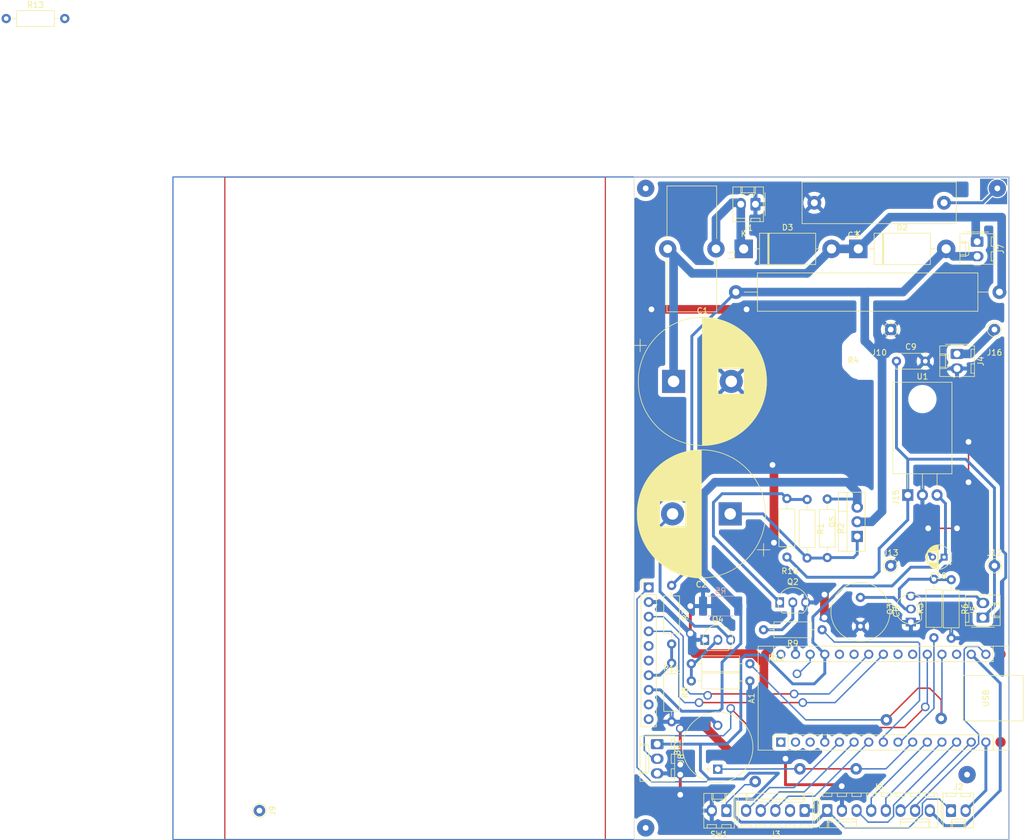
<source format=kicad_pcb>
(kicad_pcb (version 20221018) (generator pcbnew)
  (layers (0 "F.Cu" signal) (31 "B.Cu" signal) (34 "B.Paste" user) (35 "F.Paste" user) (36 "B.SilkS" user "B.Silkscreen") (37 "F.SilkS" user "F.Silkscreen") (38 "B.Mask" user) (39 "F.Mask" user) (44 "Edge.Cuts" user))
  (net 0 "")
  (net 3 "+5V")
  (net 4 "D2")
  (net 5 "D3")
  (net 6 "D5")
  (net 7 "D4")
  (net 8 "D6")
  (net 9 "D9")
  (net 10 "D10")
  (net 11 "D7")
  (net 12 "D11")
  (net 13 "D13")
  (net 15 "+3.3V")
  (net 16 "GND")
  (net 17 "D12")
  (net 19 "A0")
  (net 20 "A1")
  (net 21 "Net-(J16-Pin_1)")
  (net 24 "D8")
  (net 27 "Net-(A1-~{RESET}-Pad28)")
  (net 28 "OUT+")
  (net 30 "Net-(D2-K)")
  (net 31 "Net-(Q5-G)")
  (net 32 "Net-(Q4-D)")
  (net 33 "A5")
  (net 34 "A4")
  (net 35 "unconnected-(C3-Pad1)")
  (net 36 "ADCA0")
  (net 37 "ADCA1")
  (net 38 "ADCA2")
  (net 39 "Net-(Q3-G)")
  (net 40 "ADCA3")
  (net 41 "Net-(D2-A)")
  (net 42 "Net-(D3-K)")
  (net 43 "Net-(J5-Pin_2)")
  (net 46 "Net-(Q2-C)")
  (net 47 "Net-(Q2-B)")
  (net 48 "Net-(Q4-G)")
  (footprint "Connector_Molex:Molex_KK-254_AE-6410-08A_1x08_P2.54mm_Vertical" (layer "F.Cu") (at 143.5 138.98)
    (fp_text reference "J6" (at 8.89 -4.12) (layer "F.SilkS"))
    (fp_text value "ST7735")
    (pad "1" thru_hole roundrect (at 0 0) (size 1.74 2.19) (drill 1.19) (layers "*.Cu" "*.Mask") (roundrect_rratio 0.143678) (net 3 "+5V"))
    (pad "2" thru_hole oval (at 2.54 0) (size 1.74 2.19) (drill 1.19) (layers "*.Cu" "*.Mask") (net 16 "GND"))
    (pad "3" thru_hole oval (at 5.08 0) (size 1.74 2.19) (drill 1.19) (layers "*.Cu" "*.Mask") (net 10 "D10"))
    (pad "4" thru_hole oval (at 7.62 0) (size 1.74 2.19) (drill 1.19) (layers "*.Cu" "*.Mask") (net 24 "D8"))
    (pad "5" thru_hole oval (at 10.16 0) (size 1.74 2.19) (drill 1.19) (layers "*.Cu" "*.Mask") (net 9 "D9"))
    (pad "6" thru_hole oval (at 12.7 0) (size 1.74 2.19) (drill 1.19) (layers "*.Cu" "*.Mask") (net 12 "D11"))
    (pad "7" thru_hole oval (at 15.24 0) (size 1.74 2.19) (drill 1.19) (layers "*.Cu" "*.Mask") (net 13 "D13"))
    (pad "8" thru_hole oval (at 17.78 0) (size 1.74 2.19) (drill 1.19) (layers "*.Cu" "*.Mask") (net 15 "+3.3V"))
  )
  (footprint "Capacitor_THT:CP_Radial_D22.0mm_P10.00mm_SnapIn" (layer "F.Cu") (at 126.657832 87.5 180)
    (fp_text reference "C2" (at 5 -12.25) (layer "F.SilkS"))
    (fp_text value "4700uf")
    (pad "1" thru_hole rect (at 0 0 180) (size 4 4) (drill 2) (layers "*.Cu" "*.Mask") (net 31 "Net-(Q5-G)"))
    (pad "2" thru_hole circle (at 10 0 180) (size 4 4) (drill 2) (layers "*.Cu" "*.Mask") (net 32 "Net-(Q4-D)"))
  )
  (footprint "Connector_Molex:Molex_KK-254_AE-6410-02A_1x02_P2.54mm_Vertical" (layer "F.Cu") (at 170.5 105.5 90)
    (fp_text reference "J5" (at 1.23 -1.62 90) (layer "F.SilkS"))
    (fp_text value "V12")
    (pad "1" thru_hole roundrect (at 0 0 90) (size 1.74 2.19) (drill 1.19) (layers "*.Cu" "*.Mask") (roundrect_rratio 0.143678) (net 28 "OUT+"))
    (pad "2" thru_hole oval (at 2.54 0 90) (size 1.74 2.19) (drill 1.19) (layers "*.Cu" "*.Mask") (net 43 "Net-(J5-Pin_2)"))
  )
  (footprint "Capacitor_THT:C_Disc_D5.0mm_W2.5mm_P5.00mm" (layer "F.Cu") (at 155.5 61)
    (fp_text reference "C9" (at 2.5 -2.5) (layer "F.SilkS"))
    (fp_text value "470nf")
    (pad "1" thru_hole circle (at 0 0) (size 1.6 1.6) (drill 0.8) (layers "*.Cu" "*.Mask") (net 28 "OUT+"))
    (pad "2" thru_hole circle (at 5 0) (size 1.6 1.6) (drill 0.8) (layers "*.Cu" "*.Mask") (net 16 "GND"))
  )
  (footprint "Resistor_THT:R_Axial_DIN0207_L6.3mm_D2.5mm_P10.16mm_Horizontal" (layer "F.Cu") (at 165 98.92 -90)
    (fp_text reference "R6" (at 5.08 -2.37 90) (layer "F.SilkS"))
    (fp_text value "10k")
    (pad "1" thru_hole circle (at 0 0 270) (size 1.6 1.6) (drill 0.8) (layers "*.Cu" "*.Mask") (net 39 "Net-(Q3-G)"))
    (pad "2" thru_hole oval (at 10.16 0 270) (size 1.6 1.6) (drill 0.8) (layers "*.Cu" "*.Mask") (net 16 "GND"))
  )
  (footprint "Resistor_THT:R_Axial_DIN0207_L6.3mm_D2.5mm_P10.16mm_Horizontal" (layer "F.Cu") (at 142.6 107.61 180)
    (fp_text reference "R9" (at 5.08 -2.37) (layer "F.SilkS"))
    (fp_text value "10k")
    (pad "1" thru_hole circle (at 0 0 180) (size 1.6 1.6) (drill 0.8) (layers "*.Cu" "*.Mask") (net 6 "D5"))
    (pad "2" thru_hole oval (at 10.16 0 180) (size 1.6 1.6) (drill 0.8) (layers "*.Cu" "*.Mask") (net 47 "Net-(Q2-B)"))
  )
  (footprint "Package_TO_SOT_THT:TO-92_Inline" (layer "F.Cu") (at 158 105.27 90)
    (fp_text reference "Q3" (at 1.27 -3.56 90) (layer "F.SilkS"))
    (fp_text value "2N7000")
    (pad "1" thru_hole rect (at -1 0 90) (size 1.5 1.75) (drill 1) (layers "*.Cu" "*.Mask") (net 16 "GND"))
    (pad "2" thru_hole oval (at 1.27 0 90) (size 1.5 1.75) (drill 1) (layers "*.Cu" "*.Mask") (net 39 "Net-(Q3-G)"))
    (pad "3" thru_hole oval (at 3.5 0 90) (size 1.5 1.75) (drill 1) (layers "*.Cu" "*.Mask") (net 43 "Net-(J5-Pin_2)"))
  )
  (footprint "Connector_PinHeader_2.54mm:PinHeader_1x10_P2.54mm_Vertical" (layer "F.Cu") (at 112.52 100.26)
    (fp_text reference "J15" (at 42.87 -15.625 90) (layer "F.SilkS"))
    (fp_text value "ADS1115")
    (pad "1" thru_hole rect (at 0 0) (size 1.7 1.7) (drill 1) (layers "*.Cu" "*.Mask") (net 3 "+5V"))
    (pad "2" thru_hole oval (at 0 2.54) (size 1.7 1.7) (drill 1) (layers "*.Cu" "*.Mask") (net 16 "GND"))
    (pad "3" thru_hole oval (at 0 5.08) (size 1.7 1.7) (drill 1) (layers "*.Cu" "*.Mask") (net 33 "A5"))
    (pad "4" thru_hole oval (at 0 7.62) (size 1.7 1.7) (drill 1) (layers "*.Cu" "*.Mask") (net 34 "A4"))
    (pad "5" thru_hole oval (at 0 10.16) (size 1.7 1.7) (drill 1) (layers "*.Cu" "*.Mask"))
    (pad "6" thru_hole oval (at 0 12.7) (size 1.7 1.7) (drill 1) (layers "*.Cu" "*.Mask"))
    (pad "7" thru_hole oval (at 0 15.24) (size 1.7 1.7) (drill 1) (layers "*.Cu" "*.Mask") (net 36 "ADCA0"))
    (pad "8" thru_hole oval (at 0 17.78) (size 1.7 1.7) (drill 1) (layers "*.Cu" "*.Mask") (net 37 "ADCA1"))
    (pad "9" thru_hole oval (at 0 20.32) (size 1.7 1.7) (drill 1) (layers "*.Cu" "*.Mask") (net 38 "ADCA2"))
    (pad "10" thru_hole oval (at 0 22.86) (size 1.7 1.7) (drill 1) (layers "*.Cu" "*.Mask") (net 40 "ADCA3"))
  )
  (footprint "Connector_Pin:Pin_D1.0mm_L10.0mm" (layer "F.Cu") (at 154.5 96.5 180)
    (fp_text reference "J13" (at 0 2.25) (layer "F.SilkS"))
    (fp_text value "OUT-")
    (pad "1" thru_hole circle (at 0 0 180) (size 2 2) (drill 1) (layers "*.Cu" "*.Mask") (net 16 "GND"))
  )
  (footprint "Diode_THT:D_DO-201AD_P15.24mm_Horizontal" (layer "F.Cu") (at 129 41.5)
    (fp_text reference "D3" (at 7.62 -3.72) (layer "F.SilkS"))
    (fp_text value "D_Schottky")
    (fp_text user "K" (at 0 -2.6) (layer "F.SilkS"))
    (pad "1" thru_hole rect (at 0 0) (size 3.2 3.2) (drill 1.6) (layers "*.Cu" "*.Mask") (net 42 "Net-(D3-K)"))
    (pad "2" thru_hole oval (at 15.24 0) (size 3.2 3.2) (drill 1.6) (layers "*.Cu" "*.Mask") (net 30 "Net-(D2-K)"))
  )
  (footprint "Connector_Molex:Molex_KK-254_AE-6410-03A_1x03_P2.54mm_Vertical" (layer "F.Cu") (at 114 127.46 -90)
    (fp_text reference "J8" (at 2.54 -4.12 90) (layer "F.SilkS"))
    (fp_text value "LM35")
    (pad "1" thru_hole roundrect (at 0 0 270) (size 1.74 2.19) (drill 1.19) (layers "*.Cu" "*.Mask") (roundrect_rratio 0.143678) (net 3 "+5V"))
    (pad "2" thru_hole oval (at 2.54 0 270) (size 1.74 2.19) (drill 1.19) (layers "*.Cu" "*.Mask") (net 20 "A1"))
    (pad "3" thru_hole oval (at 5.08 0 270) (size 1.74 2.19) (drill 1.19) (layers "*.Cu" "*.Mask") (net 16 "GND"))
  )
  (footprint "Package_TO_SOT_THT:TO-92_Inline" (layer "F.Cu") (at 136.25 102.86)
    (fp_text reference "Q2" (at 1.27 -3.56) (layer "F.SilkS"))
    (fp_text value "BC548")
    (pad "1" thru_hole rect (at -1 0) (size 1.5 1.75) (drill 1) (layers "*.Cu" "*.Mask") (net 46 "Net-(Q2-C)"))
    (pad "2" thru_hole oval (at 1.27 0) (size 1.5 1.75) (drill 1) (layers "*.Cu" "*.Mask") (net 47 "Net-(Q2-B)"))
    (pad "3" thru_hole oval (at 3.5 0) (size 1.5 1.75) (drill 1) (layers "*.Cu" "*.Mask") (net 16 "GND"))
  )
  (footprint "Buzzer_Beeper:MagneticBuzzer_ProSignal_ABI-010-RC" (layer "F.Cu") (at 124.5 131.8 90)
    (fp_text reference "BZ1" (at 3.8 -7 90) (layer "F.SilkS"))
    (fp_text value "Buzzer")
    (fp_text user "+" (at 0 -1.8 90) (layer "F.SilkS"))
    (pad "1" thru_hole rect (at 0 0 90) (size 1.6 1.6) (drill 1) (layers "*.Cu" "*.Mask") (net 11 "D7"))
    (pad "2" thru_hole circle (at 7.6 0 90) (size 1.6 1.6) (drill 1) (layers "*.Cu" "*.Mask") (net 16 "GND"))
  )
  (footprint "Capacitor_THT:C_Rect_L26.5mm_W7.0mm_P22.50mm_MKS4" (layer "F.Cu") (at 163.75 33.5 180)
    (fp_text reference "C3" (at 15.75 -5.63) (layer "F.SilkS"))
    (fp_text value "C")
    (pad "1" thru_hole circle (at 0 0 180) (size 2.4 2.4) (drill 1.2) (layers "*.Cu" "*.Mask") (net 35 "unconnected-(C3-Pad1)"))
    (pad "2" thru_hole circle (at 22.5 0 180) (size 2.4 2.4) (drill 1.2) (layers "*.Cu" "*.Mask") (net 16 "GND"))
  )
  (footprint "Package_TO_SOT_THT:TO-220-3_Horizontal_TabDown" (layer "F.Cu") (at 157.46 84.23)
    (fp_text reference "U1" (at 2.54 -20.58) (layer "F.SilkS"))
    (fp_text value "LM29405v")
    (pad "" np_thru_hole oval (at 2.54 -16.66) (size 3.5 3.5) (drill 3.5) (layers "*.Cu" "*.Mask"))
    (pad "1" thru_hole rect (at 0 0) (size 1.905 2) (drill 1.1) (layers "*.Cu" "*.Mask") (net 28 "OUT+"))
    (pad "2" thru_hole oval (at 2.54 0) (size 1.905 2) (drill 1.1) (layers "*.Cu" "*.Mask") (net 16 "GND"))
    (pad "3" thru_hole oval (at 5.08 0) (size 1.905 2) (drill 1.1) (layers "*.Cu" "*.Mask") (net 3 "+5V"))
  )
  (footprint "Connector_Molex:Molex_KK-254_AE-6410-05A_1x05_P2.54mm_Vertical" (layer "F.Cu") (at 139.58 138.98 180)
    (fp_text reference "J3" (at 5.08 -4.12) (layer "F.SilkS"))
    (fp_text value "Encoder")
    (pad "1" thru_hole roundrect (at 0 0 180) (size 1.74 2.19) (drill 1.19) (layers "*.Cu" "*.Mask") (roundrect_rratio 0.143678) (net 16 "GND"))
    (pad "2" thru_hole oval (at 2.54 0 180) (size 1.74 2.19) (drill 1.19) (layers "*.Cu" "*.Mask") (net 3 "+5V"))
    (pad "3" thru_hole oval (at 5.08 0 180) (size 1.74 2.19) (drill 1.19) (layers "*.Cu" "*.Mask") (net 7 "D4"))
    (pad "4" thru_hole oval (at 7.62 0 180) (size 1.74 2.19) (drill 1.19) (layers "*.Cu" "*.Mask") (net 5 "D3"))
    (pad "5" thru_hole oval (at 10.16 0 180) (size 1.74 2.19) (drill 1.19) (layers "*.Cu" "*.Mask") (net 4 "D2"))
  )
  (footprint "Inductor_THT:L_Toroid_Vertical_L21.6mm_W8.4mm_P8.38mm_Pulse_G" (layer "F.Cu") (at 124.195 41.5 -90)
    (fp_text reference "L1" (at 1 -2.75 90) (layer "F.SilkS"))
    (fp_text value "L")
    (pad "1" thru_hole circle (at 0 0 270) (size 3 3) (drill 1.5) (layers "*.Cu" "*.Mask") (net 42 "Net-(D3-K)"))
    (pad "2" thru_hole circle (at 0 8.38 270) (size 3 3) (drill 1.5) (layers "*.Cu" "*.Mask") (net 30 "Net-(D2-K)"))
  )
  (footprint "Resistor_THT:R_Axial_DIN0207_L6.3mm_D2.5mm_P10.16mm_Horizontal" (layer "F.Cu") (at 136.5 95 90)
    (fp_text reference "R10" (at -2.42 0.5) (layer "F.SilkS"))
    (fp_text value "1k")
    (pad "1" thru_hole circle (at 0 0 90) (size 1.6 1.6) (drill 0.8) (layers "*.Cu" "*.Mask") (net 28 "OUT+"))
    (pad "2" thru_hole oval (at 10.16 0 90) (size 1.6 1.6) (drill 0.8) (layers "*.Cu" "*.Mask") (net 46 "Net-(Q2-C)"))
  )
  (footprint "Package_TO_SOT_THT:TO-220-3_Vertical" (layer "F.Cu") (at 148.693855 91.411204 90)
    (fp_text reference "Q5" (at 2.54 -4.27 90) (layer "F.SilkS"))
    (fp_text value "IRF3205")
    (pad "1" thru_hole rect (at 0 0 90) (size 1.905 2) (drill 1.1) (layers "*.Cu" "*.Mask") (net 31 "Net-(Q5-G)"))
    (pad "2" thru_hole oval (at 2.54 0 90) (size 1.905 2) (drill 1.1) (layers "*.Cu" "*.Mask") (net 41 "Net-(D2-A)"))
    (pad "3" thru_hole oval (at 5.08 0 90) (size 1.905 2) (drill 1.1) (layers "*.Cu" "*.Mask") (net 37 "ADCA1"))
  )
  (footprint "Connector_Molex:Molex_KK-254_AE-6410-02A_1x02_P2.54mm_Vertical" (layer "F.Cu") (at 166 59.73 -90)
    (fp_text reference "J4" (at 1.27 -4.12 90) (layer "F.SilkS"))
    (fp_text value "regOut")
    (pad "1" thru_hole roundrect (at 0 0 270) (size 1.74 2.19) (drill 1.19) (layers "*.Cu" "*.Mask") (roundrect_rratio 0.143678) (net 21 "Net-(J16-Pin_1)"))
    (pad "2" thru_hole oval (at 2.54 0 270) (size 1.74 2.19) (drill 1.19) (layers "*.Cu" "*.Mask") (net 16 "GND"))
  )
  (footprint "Connector_Pin:Pin_D1.0mm_L10.0mm" (layer "F.Cu") (at 45 139 90)
    (fp_text reference "J9" (at 0 2.25 90) (layer "F.SilkS"))
    (fp_text value "OUT+")
    (pad "1" thru_hole circle (at 0 0 90) (size 2 2) (drill 1) (layers "*.Cu" "*.Mask"))
  )
  (footprint "Capacitor_THT:CP_Radial_D4.0mm_P2.00mm" (layer "F.Cu") (at 163.77 95 180)
    (fp_text reference "C10" (at 1 -3.25 180) (layer "F.SilkS"))
    (fp_text value "22uf")
    (pad "1" thru_hole rect (at 0 0 180) (size 1.2 1.2) (drill 0.6) (layers "*.Cu" "*.Mask") (net 3 "+5V"))
    (pad "2" thru_hole circle (at 2 0 180) (size 1.2 1.2) (drill 0.6) (layers "*.Cu" "*.Mask") (net 16 "GND"))
  )
  (footprint "Capacitor_THT:CP_Radial_D22.0mm_P10.00mm_SnapIn" (layer "F.Cu") (at 116.842169 64.5)
    (fp_text reference "C1" (at 5 -12.25) (layer "F.SilkS"))
    (fp_text value "4700uf")
    (pad "1" thru_hole rect (at 0 0) (size 4 4) (drill 2) (layers "*.Cu" "*.Mask") (net 30 "Net-(D2-K)"))
    (pad "2" thru_hole circle (at 10 0) (size 4 4) (drill 2) (layers "*.Cu" "*.Mask") (net 16 "GND"))
  )
  (footprint "Resistor_THT:R_Axial_DIN0207_L6.3mm_D2.5mm_P10.16mm_Horizontal" (layer "F.Cu") (at 140 85 -90)
    (fp_text reference "R1" (at 5.08 -2.37 90) (layer "F.SilkS"))
    (fp_text value "100")
    (pad "1" thru_hole circle (at 0 0 270) (size 1.6 1.6) (drill 0.8) (layers "*.Cu" "*.Mask") (net 46 "Net-(Q2-C)"))
    (pad "2" thru_hole oval (at 10.16 0 270) (size 1.6 1.6) (drill 0.8) (layers "*.Cu" "*.Mask") (net 31 "Net-(Q5-G)"))
  )
  (footprint "Package_TO_SOT_THT:TO-92_Inline" (layer "F.Cu") (at 123.25 109.36)
    (fp_text reference "Q4" (at 1.27 -3.56) (layer "F.SilkS"))
    (fp_text value "2N7000")
    (pad "1" thru_hole rect (at -1 0) (size 1.5 1.75) (drill 1) (layers "*.Cu" "*.Mask") (net 16 "GND"))
    (pad "2" thru_hole oval (at 1.27 0) (size 1.5 1.75) (drill 1) (layers "*.Cu" "*.Mask") (net 48 "Net-(Q4-G)"))
    (pad "3" thru_hole oval (at 3.5 0) (size 1.5 1.75) (drill 1) (layers "*.Cu" "*.Mask") (net 32 "Net-(Q4-D)"))
  )
  (footprint "Connector_Molex:Molex_KK-254_AE-6410-02A_1x02_P2.54mm_Vertical" (layer "F.Cu") (at 169.5 40.25 -90)
    (fp_text reference "J7" (at 1.27 -4.12 -270) (layer "F.SilkS"))
    (fp_text value "regOut")
    (pad "1" thru_hole roundrect (at 0 0 270) (size 1.74 2.19) (drill 1.19) (layers "*.Cu" "*.Mask") (roundrect_rratio 0.143678) (net 30 "Net-(D2-K)"))
    (pad "2" thru_hole oval (at 2.54 0 270) (size 1.74 2.19) (drill 1.19) (layers "*.Cu" "*.Mask") (net 41 "Net-(D2-A)"))
  )
  (footprint "Resistor_THT:R_Axial_DIN0207_L6.3mm_D2.5mm_P10.16mm_Horizontal" (layer "F.Cu") (at 116.5 113.42 -90)
    (fp_text reference "R8" (at 5.08 -2.37 -270) (layer "F.SilkS"))
    (fp_text value "150k")
    (pad "1" thru_hole circle (at 0 0 270) (size 1.6 1.6) (drill 0.8) (layers "*.Cu" "*.Mask") (net 36 "ADCA0"))
    (pad "2" thru_hole oval (at 10.16 0 270) (size 1.6 1.6) (drill 0.8) (layers "*.Cu" "*.Mask") (net 16 "GND"))
  )
  (footprint "Capacitor_THT:C_Radial_D10.0mm_H16.0mm_P5.00mm" (layer "F.Cu") (at 149.25 102 -90)
    (fp_text reference "C8" (at 2.5 -6.25 90) (layer "F.SilkS"))
    (fp_text value "470uf")
    (pad "1" thru_hole circle (at 0 0 270) (size 1.6 1.6) (drill 0.8) (layers "*.Cu" "*.Mask") (net 39 "Net-(Q3-G)"))
    (pad "2" thru_hole circle (at 5 0 270) (size 1.6 1.6) (drill 0.8) (layers "*.Cu" "*.Mask") (net 16 "GND"))
  )
  (footprint "Resistor_THT:R_Axial_DIN0207_L6.3mm_D2.5mm_P10.16mm_Horizontal" (layer "F.Cu") (at 143.5 84.92 -90)
    (fp_text reference "R2" (at 5.08 -2.37 90) (layer "F.SilkS"))
    (fp_text value "10k")
    (pad "1" thru_hole circle (at 0 0 270) (size 1.6 1.6) (drill 0.8) (layers "*.Cu" "*.Mask") (net 37 "ADCA1"))
    (pad "2" thru_hole oval (at 10.16 0 270) (size 1.6 1.6) (drill 0.8) (layers "*.Cu" "*.Mask") (net 31 "Net-(Q5-G)"))
  )
  (footprint "Resistor_THT:R_Axial_DIN0207_L6.3mm_D2.5mm_P10.16mm_Horizontal" (layer "F.Cu") (at 1.075 1.525)
    (fp_text reference "R13" (at 5.08 -2.37) (layer "F.SilkS"))
    (fp_text value "10k")
    (pad "1" thru_hole circle (at 0 0) (size 1.6 1.6) (drill 0.8) (layers "*.Cu" "*.Mask") (net 47 "Net-(Q2-B)"))
    (pad "2" thru_hole oval (at 10.16 0) (size 1.6 1.6) (drill 0.8) (layers "*.Cu" "*.Mask") (net 3 "+5V"))
  )
  (footprint "Resistor_THT:R_Axial_Power_L38.0mm_W6.4mm_P45.72mm" (layer "F.Cu") (at 173.36 49 180)
    (fp_text reference "R4" (at 25.36 -11.82 180) (layer "F.SilkS"))
    (fp_text value "360")
    (pad "1" thru_hole circle (at 0 0 180) (size 2.4 2.4) (drill 1.2) (layers "*.Cu" "*.Mask") (net 30 "Net-(D2-K)"))
    (pad "2" thru_hole oval (at 45.72 0 180) (size 2.4 2.4) (drill 1.2) (layers "*.Cu" "*.Mask") (net 41 "Net-(D2-A)"))
  )
  (footprint "Connector_Pin:Pin_D1.0mm_L10.0mm" (layer "F.Cu") (at 154.5 55.5 180)
    (fp_text reference "J10" (at 2 -4) (layer "F.SilkS"))
    (fp_text value "IN-")
    (pad "1" thru_hole circle (at 0 0 180) (size 2 2) (drill 1) (layers "*.Cu" "*.Mask") (net 16 "GND"))
  )
  (footprint "Diode_THT:D_DO-201AD_P15.24mm_Horizontal" (layer "F.Cu") (at 148.88 41.5)
    (fp_text reference "D2" (at 7.62 -3.72) (layer "F.SilkS"))
    (fp_text value "D_Schottky")
    (fp_text user "K" (at 0 -2.6) (layer "F.SilkS"))
    (pad "1" thru_hole rect (at 0 0) (size 3.2 3.2) (drill 1.6) (layers "*.Cu" "*.Mask") (net 30 "Net-(D2-K)"))
    (pad "2" thru_hole oval (at 15.24 0) (size 3.2 3.2) (drill 1.6) (layers "*.Cu" "*.Mask") (net 41 "Net-(D2-A)"))
  )
  (footprint "Resistor_THT:R_Axial_DIN0207_L6.3mm_D2.5mm_P10.16mm_Horizontal" (layer "F.Cu") (at 162 109 90)
    (fp_text reference "R3" (at 5.08 -2.37 90) (layer "F.SilkS"))
    (fp_text value "100")
    (pad "1" thru_hole circle (at 0 0 90) (size 1.6 1.6) (drill 0.8) (layers "*.Cu" "*.Mask") (net 8 "D6"))
    (pad "2" thru_hole oval (at 10.16 0 90) (size 1.6 1.6) (drill 0.8) (layers "*.Cu" "*.Mask") (net 39 "Net-(Q3-G)"))
  )
  (footprint "Connector_Molex:Molex_KK-254_AE-6410-02A_1x02_P2.54mm_Vertical" (layer "F.Cu") (at 126 139 180)
    (fp_text reference "SW1" (at 1.27 -4.12) (layer "F.SilkS"))
    (fp_text value "SW_Push")
    (pad "1" thru_hole roundrect (at 0 0 180) (size 1.74 2.19) (drill 1.19) (layers "*.Cu" "*.Mask") (roundrect_rratio 0.143678) (net 27 "Net-(A1-~{RESET}-Pad28)"))
    (pad "2" thru_hole oval (at 2.54 0 180) (size 1.74 2.19) (drill 1.19) (layers "*.Cu" "*.Mask") (net 16 "GND"))
  )
  (footprint "Connector_Molex:Molex_KK-254_AE-6410-02A_1x02_P2.54mm_Vertical" (layer "F.Cu") (at 164.96 139)
    (fp_text reference "J2" (at 1.27 -4.12) (layer "F.SilkS"))
    (fp_text value "PulOnOFF")
    (pad "1" thru_hole roundrect (at 0 0) (size 1.74 2.19) (drill 1.19) (layers "*.Cu" "*.Mask") (roundrect_rratio 0.143678) (net 3 "+5V"))
    (pad "2" thru_hole oval (at 2.54 0) (size 1.74 2.19) (drill 1.19) (layers "*.Cu" "*.Mask") (net 17 "D12"))
  )
  (footprint "Resistor_THT:R_Axial_DIN0207_L6.3mm_D2.5mm_P10.16mm_Horizontal" (layer "F.Cu") (at 119.92 116.5)
    (fp_text reference "R12" (at 14.76 -3.98) (layer "F.SilkS"))
    (fp_text value "10k")
    (pad "1" thru_hole circle (at 0 0) (size 1.6 1.6) (drill 0.8) (layers "*.Cu" "*.Mask") (net 48 "Net-(Q4-G)"))
    (pad "2" thru_hole oval (at 10.16 0) (size 1.6 1.6) (drill 0.8) (layers "*.Cu" "*.Mask") (net 16 "GND"))
  )
  (footprint "Resistor_THT:R_Axial_DIN0207_L6.3mm_D2.5mm_P10.16mm_Horizontal" (layer "F.Cu") (at 116.5 99.92 -90)
    (fp_text reference "R7" (at 5.08 -2.37 -270) (layer "F.SilkS"))
    (fp_text value "1.2M")
    (pad "1" thru_hole circle (at 0 0 270) (size 1.6 1.6) (drill 0.8) (layers "*.Cu" "*.Mask") (net 41 "Net-(D2-A)"))
    (pad "2" thru_hole oval (at 10.16 0 270) (size 1.6 1.6) (drill 0.8) (layers "*.Cu" "*.Mask") (net 36 "ADCA0"))
  )
  (footprint "Resistor_THT:R_Axial_DIN0207_L6.3mm_D2.5mm_P10.16mm_Horizontal" (layer "F.Cu") (at 130.08 113.5 180)
    (fp_text reference "R11" (at 13.58 -0.79) (layer "F.SilkS"))
    (fp_text value "100")
    (pad "1" thru_hole circle (at 0 0 180) (size 1.6 1.6) (drill 0.8) (layers "*.Cu" "*.Mask") (net 19 "A0"))
    (pad "2" thru_hole oval (at 10.16 0 180) (size 1.6 1.6) (drill 0.8) (layers "*.Cu" "*.Mask") (net 48 "Net-(Q4-G)"))
  )
  (footprint "Connector_Molex:Molex_KK-254_AE-6410-02A_1x02_P2.54mm_Vertical" (layer "F.Cu") (at 131.04 33.75 180)
    (fp_text reference "J1" (at 1.27 -4.12) (layer "F.SilkS"))
    (fp_text value "regOut")
    (pad "1" thru_hole roundrect (at 0 0 180) (size 1.74 2.19) (drill 1.19) (layers "*.Cu" "*.Mask") (roundrect_rratio 0.143678) (net 16 "GND"))
    (pad "2" thru_hole oval (at 2.54 0 180) (size 1.74 2.19) (drill 1.19) (layers "*.Cu" "*.Mask") (net 42 "Net-(D3-K)"))
  )
  (footprint "Connector_Pin:Pin_D1.0mm_L10.0mm" (layer "F.Cu") (at 172.5 55.5 180)
    (fp_text reference "J16" (at 0 -4) (layer "F.SilkS"))
    (fp_text value "12vIN+")
    (pad "1" thru_hole circle (at 0 0 180) (size 2 2) (drill 1) (layers "*.Cu" "*.Mask") (net 21 "Net-(J16-Pin_1)"))
  )
  (footprint "Connector_Pin:Pin_D1.0mm_L10.0mm" (layer "F.Cu") (at 172.5 96.5 180)
    (fp_text reference "J12" (at 0 2.25) (layer "F.SilkS"))
    (fp_text value "OUT+")
    (pad "1" thru_hole circle (at 0 0 180) (size 2 2) (drill 1) (layers "*.Cu" "*.Mask") (net 28 "OUT+"))
  )
  (footprint "Module:Arduino_Nano_WithMountingHoles" (layer "F.Cu") (at 135.45 127.11 90)
    (fp_text reference "A1" (at 7.62 -5.08 90) (layer "F.SilkS"))
    (fp_text value "Arduino_Nano_v3.x")
    (fp_text user "USB" (at 7.62 35.56 90 unlocked) (layer "F.SilkS"))
    (pad "" smd circle (at 0 -2.54 90) (size 1.78 1.78) (layers "F.Cu" "F.Paste" "F.Mask"))
    (pad "" smd circle (at 0 38.1 90) (size 1.78 1.78) (layers "F.Cu" "F.Paste" "F.Mask"))
    (pad "" smd circle (at 15.24 -2.54 90) (size 1.78 1.78) (layers "F.Cu" "F.Paste" "F.Mask"))
    (pad "" smd circle (at 15.24 38.1 90) (size 1.78 1.78) (layers "F.Cu" "F.Paste" "F.Mask"))
    (pad "1" thru_hole rect (at 0 0 90) (size 1.6 1.6) (drill 1) (layers "*.Cu" "*.Mask"))
    (pad "2" thru_hole oval (at 0 2.54 90) (size 1.6 1.6) (drill 1) (layers "*.Cu" "*.Mask"))
    (pad "3" thru_hole oval (at 0 5.08 90) (size 1.6 1.6) (drill 1) (layers "*.Cu" "*.Mask"))
    (pad "4" thru_hole oval (at 0 7.62 90) (size 1.6 1.6) (drill 1) (layers "*.Cu" "*.Mask") (net 16 "GND"))
    (pad "5" thru_hole oval (at 0 10.16 90) (size 1.6 1.6) (drill 1) (layers "*.Cu" "*.Mask") (net 4 "D2"))
    (pad "6" thru_hole oval (at 0 12.7 90) (size 1.6 1.6) (drill 1) (layers "*.Cu" "*.Mask") (net 5 "D3"))
    (pad "7" thru_hole oval (at 0 15.24 90) (size 1.6 1.6) (drill 1) (layers "*.Cu" "*.Mask") (net 7 "D4"))
    (pad "8" thru_hole oval (at 0 17.78 90) (size 1.6 1.6) (drill 1) (layers "*.Cu" "*.Mask") (net 6 "D5"))
    (pad "9" thru_hole oval (at 0 20.32 90) (size 1.6 1.6) (drill 1) (layers "*.Cu" "*.Mask") (net 8 "D6"))
    (pad "10" thru_hole oval (at 0 22.86 90) (size 1.6 1.6) (drill 1) (layers "*.Cu" "*.Mask") (net 11 "D7"))
    (pad "11" thru_hole oval (at 0 25.4 90) (size 1.6 1.6) (drill 1) (layers "*.Cu" "*.Mask") (net 24 "D8"))
    (pad "12" thru_hole oval (at 0 27.94 90) (size 1.6 1.6) (drill 1) (layers "*.Cu" "*.Mask") (net 9 "D9"))
    (pad "13" thru_hole oval (at 0 30.48 90) (size 1.6 1.6) (drill 1) (layers "*.Cu" "*.Mask") (net 10 "D10"))
    (pad "14" thru_hole oval (at 0 33.02 90) (size 1.6 1.6) (drill 1) (layers "*.Cu" "*.Mask") (net 12 "D11"))
    (pad "15" thru_hole oval (at 0 35.56 90) (size 1.6 1.6) (drill 1) (layers "*.Cu" "*.Mask") (net 17 "D12"))
    (pad "16" thru_hole oval (at 15.24 35.56 90) (size 1.6 1.6) (drill 1) (layers "*.Cu" "*.Mask") (net 13 "D13"))
    (pad "17" thru_hole oval (at 15.24 33.02 90) (size 1.6 1.6) (drill 1) (layers "*.Cu" "*.Mask") (net 15 "+3.3V"))
    (pad "18" thru_hole oval (at 15.24 30.48 90) (size 1.6 1.6) (drill 1) (layers "*.Cu" "*.Mask"))
    (pad "19" thru_hole oval (at 15.24 27.94 90) (size 1.6 1.6) (drill 1) (layers "*.Cu" "*.Mask") (net 19 "A0"))
    (pad "20" thru_hole oval (at 15.24 25.4 90) (size 1.6 1.6) (drill 1) (layers "*.Cu" "*.Mask") (net 20 "A1"))
    (pad "21" thru_hole oval (at 15.24 22.86 90) (size 1.6 1.6) (drill 1) (layers "*.Cu" "*.Mask"))
    (pad "22" thru_hole oval (at 15.24 20.32 90) (size 1.6 1.6) (drill 1) (layers "*.Cu" "*.Mask"))
    (pad "23" thru_hole oval (at 15.24 17.78 90) (size 1.6 1.6) (drill 1) (layers "*.Cu" "*.Mask") (net 34 "A4"))
    (pad "24" thru_hole oval (at 15.24 15.24 90) (size 1.6 1.6) (drill 1) (layers "*.Cu" "*.Mask") (net 33 "A5"))
    (pad "25" thru_hole oval (at 15.24 12.7 90) (size 1.6 1.6) (drill 1) (layers "*.Cu" "*.Mask"))
    (pad "26" thru_hole oval (at 15.24 10.16 90) (size 1.6 1.6) (drill 1) (layers "*.Cu" "*.Mask"))
    (pad "27" thru_hole oval (at 15.24 7.62 90) (size 1.6 1.6) (drill 1) (layers "*.Cu" "*.Mask") (net 3 "+5V"))
    (pad "28" thru_hole oval (at 15.24 5.08 90) (size 1.6 1.6) (drill 1) (layers "*.Cu" "*.Mask") (net 27 "Net-(A1-~{RESET}-Pad28)"))
    (pad "29" thru_hole oval (at 15.24 2.54 90) (size 1.6 1.6) (drill 1) (layers "*.Cu" "*.Mask") (net 16 "GND"))
    (pad "30" thru_hole oval (at 15.24 0 90) (size 1.6 1.6) (drill 1) (layers "*.Cu" "*.Mask"))
  )
  (footprint "Resistor_SMD:R_2512_6332Metric_Pad1.40x3.35mm_HandSolder" (layer "B.Cu") (at 125 103.5 180)
    (fp_text reference "R5" (at 0 2.62) (layer "B.SilkS") (effects (justify mirror)))
    (fp_text value "0.01")
    (pad "1" smd roundrect (at -3.05 0 180) (size 1.4 3.35) (layers "B.Cu" "B.Paste" "B.Mask") (roundrect_rratio 0.178571) (net 37 "ADCA1"))
    (pad "2" smd roundrect (at 3.05 0 180) (size 1.4 3.35) (layers "B.Cu" "B.Paste" "B.Mask") (roundrect_rratio 0.178571) (net 16 "GND"))
  )
  (gr_rect (start 39 29.02) (end 105 144.02) (stroke (width 0.2)) (fill none) (layer "F.Cu"))
  (gr_rect (start 30 29.02) (end 175 144.02) (stroke (width 0.2)) (fill none) (layer "B.Cu"))
  (gr_rect (start 110 29) (end 175 144) (stroke (width 0.1)) (fill none) (layer "Edge.Cuts"))
  (segment (start 132.5 113.445126) (end 132.5 117.675) (width 1.5) (layer "F.Cu") (net 0))
  (segment (start 122.5 123.5) (end 122.5 124.674874) (width 1.5) (layer "F.Cu") (net 0))
  (segment (start 120.5 111.75) (end 130.804874 111.75) (width 1.5) (layer "F.Cu") (net 0))
  (segment (start 130.804874 111.75) (end 132.5 113.445126) (width 1.5) (layer "F.Cu") (net 0))
  (segment (start 122.5 124.674874) (end 126.325126 128.5) (width 1.5) (layer "F.Cu") (net 0))
  (via (at 167.75 132.75) (size 3) (drill 1) (layers "F.Cu" "B.Cu") (net 0))
  (via (at 112 31) (size 3) (drill 1) (layers "F.Cu" "B.Cu") (net 0))
  (via (at 112 142) (size 3) (drill 1) (layers "F.Cu" "B.Cu") (net 0))
  (segment (start 143.07 111.87) (end 141 109.8) (width 0.5) (layer "B.Cu") (net 3))
  (segment (start 146.52 142) (end 143.5 138.98) (width 0.25) (layer "B.Cu") (net 3))
  (segment (start 164 85.69) (end 164 94.77) (width 0.5) (layer "B.Cu") (net 3))
  (segment (start 146.375 100) (end 154.75 100) (width 0.5) (layer "B.Cu") (net 3))
  (segment (start 135 132.55061) (end 130.55061 137) (width 0.5) (layer "B.Cu") (net 3))
  (segment (start 127.5 140) (end 128.5 141) (width 0.5) (layer "B.Cu") (net 3))
  (segment (start 162.96 137) (end 160.75 137) (width 0.25) (layer "B.Cu") (net 3))
  (segment (start 157.634985 142) (end 146.52 142) (width 0.25) (layer "B.Cu") (net 3))
  (segment (start 129.25 112) (end 128.5 112.75) (width 0.5) (layer "B.Cu") (net 3))
  (segment (start 128.5 125) (end 126.04 127.46) (width 0.5) (layer "B.Cu") (net 3))
  (segment (start 127.5 137) (end 127.5 140) (width 0.5) (layer "B.Cu") (net 3))
  (segment (start 121.5 127.46) (end 114 127.46) (width 0.5) (layer "B.Cu") (net 3))
  (segment (start 130 132.5) (end 135 132.5) (width 0.5) (layer "B.Cu") (net 3))
  (segment (start 141 109.8) (end 141 105.375) (width 0.5) (layer "B.Cu") (net 3))
  (segment (start 132.5 112) (end 129.25 112) (width 0.5) (layer "B.Cu") (net 3))
  (segment (start 158 96.75) (end 162.02 96.75) (width 0.5) (layer "B.Cu") (net 3))
  (segment (start 110.5 131.5) (end 110.5 102.28) (width 0.25) (layer "B.Cu") (net 3))
  (segment (start 110.5 102.28) (end 112.52 100.26) (width 0.25) (layer "B.Cu") (net 3))
  (segment (start 160.75 137) (end 160 137.75) (width 0.25) (layer "B.Cu") (net 3))
  (segment (start 160 137.75) (end 160 139.634985) (width 0.25) (layer "B.Cu") (net 3))
  (segment (start 123 133.5) (end 121.5 132) (width 0.5) (layer "B.Cu") (net 3))
  (segment (start 143.07 111.87) (end 143.07 115.18) (width 0.5) (layer "B.Cu") (net 3))
  (segment (start 162.54 84.23) (end 164 85.69) (width 0.5) (layer "B.Cu") (net 3))
  (segment (start 126.04 127.46) (end 121.5 127.46) (width 0.5) (layer "B.Cu") (net 3))
  (segment (start 154.75 100) (end 158 96.75) (width 0.5) (layer "B.Cu") (net 3))
  (segment (start 128.5 112.75) (end 128.5 125) (width 0.5) (layer "B.Cu") (net 3))
  (segment (start 164 94.77) (end 163.77 95) (width 0.5) (layer "B.Cu") (net 3))
  (segment (start 162.02 96.75) (end 163.77 95) (width 0.5) (layer "B.Cu") (net 3))
  (segment (start 141 105.375) (end 146.375 100) (width 0.5) (layer "B.Cu") (net 3))
  (segment (start 143.07 115.18) (end 141.25 117) (width 0.5) (layer "B.Cu") (net 3))
  (segment (start 164.96 139) (end 162.96 137) (width 0.25) (layer "B.Cu") (net 3))
  (segment (start 129 133.5) (end 130 132.5) (width 0.5) (layer "B.Cu") (net 3))
  (segment (start 123 133.5) (end 129 133.5) (width 0.5) (layer "B.Cu") (net 3))
  (segment (start 123 133.5) (end 122.5 134) (width 0.25) (layer "B.Cu") (net 3))
  (segment (start 141.48 141) (end 143.5 138.98) (width 0.5) (layer "B.Cu") (net 3))
  (segment (start 135 132.5) (end 135 132.55061) (width 0.5) (layer "B.Cu") (net 3))
  (segment (start 113 134) (end 110.5 131.5) (width 0.25) (layer "B.Cu") (net 3))
  (segment (start 160 139.634985) (end 157.634985 142) (width 0.25) (layer "B.Cu") (net 3))
  (segment (start 130.55061 137) (end 127.5 137) (width 0.5) (layer "B.Cu") (net 3))
  (segment (start 121.5 132) (end 121.5 127.46) (width 0.5) (layer "B.Cu") (net 3))
  (segment (start 122.5 134) (end 113 134) (width 0.25) (layer "B.Cu") (net 3))
  (segment (start 137.5 117) (end 132.5 112) (width 0.5) (layer "B.Cu") (net 3))
  (segment (start 141.25 117) (end 137.5 117) (width 0.5) (layer "B.Cu") (net 3))
  (segment (start 128.5 141) (end 141.48 141) (width 0.5) (layer "B.Cu") (net 3))
  (segment (start 145.61 127.11) (end 137.72 135) (width 0.25) (layer "B.Cu") (net 4))
  (segment (start 129.52 138.98) (end 129.42 138.98) (width 0.25) (layer "B.Cu") (net 4))
  (segment (start 133.5 135) (end 129.52 138.98) (width 0.25) (layer "B.Cu") (net 4))
  (segment (start 137.72 135) (end 133.5 135) (width 0.25) (layer "B.Cu") (net 4))
  (segment (start 135.19 135.75) (end 131.96 138.98) (width 0.25) (layer "B.Cu") (net 5))
  (segment (start 148.15 127.11) (end 139.51 135.75) (width 0.25) (layer "B.Cu") (net 5))
  (segment (start 139.51 135.75) (end 135.19 135.75) (width 0.25) (layer "B.Cu") (net 5))
  (segment (start 159.25 109.75) (end 159.5 110) (width 0.25) (layer "B.Cu") (net 6))
  (segment (start 159.5 110) (end 159.5 119.92) (width 0.25) (layer "B.Cu") (net 6))
  (segment (start 153.23 126.19) (end 153.23 127.11) (width 0.25) (layer "B.Cu") (net 6))
  (segment (start 159.5 119.92) (end 153.23 126.19) (width 0.25) (layer "B.Cu") (net 6))
  (segment (start 144.74 109.75) (end 159.25 109.75) (width 0.25) (layer "B.Cu") (net 6))
  (segment (start 142.6 107.61) (end 144.74 109.75) (width 0.25) (layer "B.Cu") (net 6))
  (segment (start 136.75 136.5) (end 134.5 138.75) (width 0.25) (layer "B.Cu") (net 7))
  (segment (start 134.5 138.75) (end 134.5 138.98) (width 0.25) (layer "B.Cu") (net 7))
  (segment (start 150.69 127.11) (end 141.3 136.5) (width 0.25) (layer "B.Cu") (net 7))
  (segment (start 141.3 136.5) (end 136.75 136.5) (width 0.25) (layer "B.Cu") (net 7))
  (segment (start 162 109) (end 162.14 109.14) (width 0.5) (layer "B.Cu") (net 8))
  (segment (start 162 121.25) (end 162 109) (width 0.25) (layer "B.Cu") (net 8))
  (segment (start 155.77 127.11) (end 156.14 127.11) (width 0.25) (layer "B.Cu") (net 8))
  (segment (start 156.14 127.11) (end 162 121.25) (width 0.25) (layer "B.Cu") (net 8))
  (segment (start 153.66 136.84) (end 163.39 127.11) (width 0.25) (layer "B.Cu") (net 9))
  (segment (start 153.66 138.98) (end 153.66 136.84) (width 0.25) (layer "B.Cu") (net 9))
  (segment (start 155 140) (end 155 138.04) (width 0.25) (layer "B.Cu") (net 10))
  (segment (start 148.58 138.98) (end 150.6 141) (width 0.25) (layer "B.Cu") (net 10))
  (segment (start 154 141) (end 155 140) (width 0.25) (layer "B.Cu") (net 10))
  (segment (start 155 138.04) (end 165.93 127.11) (width 0.25) (layer "B.Cu") (net 10))
  (segment (start 150.6 141) (end 154 141) (width 0.25) (layer "B.Cu") (net 10))
  (segment (start 138.75 131.75) (end 148.5 131.75) (width 0.25) (layer "F.Cu") (net 11))
  (via (at 148.5 131.75) (size 2) (drill 1) (layers "F.Cu" "B.Cu") (net 11))
  (via (at 138.75 131.75) (size 2) (drill 1) (layers "F.Cu" "B.Cu") (net 11))
  (segment (start 153.67 131.75) (end 158.31 127.11) (width 0.25) (layer "B.Cu") (net 11))
  (segment (start 138.75 131.75) (end 138.7 131.8) (width 0.25) (layer "B.Cu") (net 11))
  (segment (start 124.5 131.8) (end 138.75 131.75) (width 0.25) (layer "B.Cu") (net 11))
  (segment (start 148.5 131.75) (end 153.67 131.75) (width 0.25) (layer "B.Cu") (net 11))
  (segment (start 156.2 138.98) (end 156.6 138.98) (width 0.25) (layer "B.Cu") (net 12))
  (segment (start 156.6 138.98) (end 168.47 127.11) (width 0.25) (layer "B.Cu") (net 12))
  (segment (start 158.74 138.98) (end 158.74 138.26) (width 0.25) (layer "B.Cu") (net 13))
  (segment (start 168.765 128.235) (end 168.935991 128.235) (width 0.25) (layer "B.Cu") (net 13))
  (segment (start 167.75 110.5) (end 169.64 110.5) (width 0.25) (layer "B.Cu") (net 13))
  (segment (start 167.25 111) (end 167.75 110.5) (width 0.25) (layer "B.Cu") (net 13))
  (segment (start 168.935991 128.235) (end 169.75 127.420991) (width 0.25) (layer "B.Cu") (net 13))
  (segment (start 169.64 110.5) (end 171.01 111.87) (width 0.25) (layer "B.Cu") (net 13))
  (segment (start 158.74 138.26) (end 168.765 128.235) (width 0.25) (layer "B.Cu") (net 13))
  (segment (start 169.75 125.75) (end 167.25 123.25) (width 0.25) (layer "B.Cu") (net 13))
  (segment (start 167.25 123.25) (end 167.25 111) (width 0.25) (layer "B.Cu") (net 13))
  (segment (start 169.75 127.420991) (end 169.75 125.75) (width 0.25) (layer "B.Cu") (net 13))
  (segment (start 163.9 141.6) (end 167.4 141.6) (width 0.5) (layer "B.Cu") (net 15))
  (segment (start 161.28 138.98) (end 163.9 141.6) (width 0.5) (layer "B.Cu") (net 15))
  (segment (start 167.4 141.6) (end 173.5 135.5) (width 0.5) (layer "B.Cu") (net 15))
  (segment (start 173.5 135.5) (end 173.5 116.9) (width 0.5) (layer "B.Cu") (net 15))
  (segment (start 173.5 116.9) (end 168.47 111.87) (width 0.5) (layer "B.Cu") (net 15))
  (segment (start 145.75 134.5) (end 146 134.75) (width 0.5) (layer "F.Cu") (net 16))
  (segment (start 136.25 130) (end 136.25 134.5) (width 0.5) (layer "F.Cu") (net 16))
  (segment (start 143 105.5) (end 143 101.5) (width 1.5) (layer "F.Cu") (net 16))
  (segment (start 161 90) (end 166 90) (width 0.25) (layer "F.Cu") (net 16))
  (segment (start 134.25 92.5) (end 134.25 79.25) (width 1.5) (layer "F.Cu") (net 16))
  (segment (start 119.75 108.25) (end 119.75 103.5) (width 0.5) (layer "F.Cu") (net 16))
  (segment (start 134.25 79.25) (end 134 79) (width 1.5) (layer "F.Cu") (net 16))
  (segment (start 129.5 52) (end 113 52) (width 1.5) (layer "F.Cu") (net 16))
  (segment (start 118 136.25) (end 118 132.75) (width 0.5) (layer "F.Cu") (net 16))
  (segment (start 118 124.75) (end 118 131) (width 0.5) (layer "F.Cu") (net 16))
  (segment (start 136.25 134.5) (end 145.75 134.5) (width 0.5) (layer "F.Cu") (net 16))
  (segment (start 168 75) (end 168 82) (width 0.25) (layer "F.Cu") (net 16))
  (via (at 113 52) (size 1.5) (drill 1) (layers "F.Cu" "B.Cu") (net 16))
  (via (at 143 101.5) (size 1.5) (drill 1) (layers "F.Cu" "B.Cu") (net 16))
  (via (at 118 131) (size 1.5) (drill 1) (layers "F.Cu" "B.Cu") (net 16))
  (via (at 166 90) (size 1.5) (drill 1) (layers "F.Cu" "B.Cu") (net 16))
  (via (at 146 134.75) (size 1.5) (drill 1) (layers "F.Cu" "B.Cu") (net 16))
  (via (at 129.5 52) (size 1.5) (drill 1) (layers "F.Cu" "B.Cu") (net 16))
  (via (at 119.75 103.5) (size 1.5) (drill 1) (layers "F.Cu" "B.Cu") (net 16))
  (via (at 143 105.5) (size 1.5) (drill 1) (layers "F.Cu" "B.Cu") (net 16))
  (via (at 168 75) (size 1.5) (drill 1) (layers "F.Cu" "B.Cu") (net 16))
  (via (at 118 136.25) (size 1.5) (drill 1) (layers "F.Cu" "B.Cu") (net 16))
  (via (at 118 132.75) (size 1.5) (drill 1) (layers "F.Cu" "B.Cu") (net 16))
  (via (at 168 82) (size 1.5) (drill 1) (layers "F.Cu" "B.Cu") (net 16))
  (via (at 119.75 108.25) (size 1.5) (drill 1) (layers "F.Cu" "B.Cu") (net 16))
  (via (at 161 90) (size 1.5) (drill 1) (layers "F.Cu" "B.Cu") (net 16))
  (via (at 118 124.75) (size 1.5) (drill 1) (layers "F.Cu" "B.Cu") (net 16))
  (via (at 136.25 130) (size 1.5) (drill 1) (layers "F.Cu" "B.Cu") (net 16))
  (via (at 134 79) (size 1.5) (drill 1) (layers "F.Cu" "B.Cu") (net 16))
  (via (at 134.25 92.5) (size 1.5) (drill 1) (layers "F.Cu" "B.Cu") (net 16))
  (segment (start 173.75 93.75) (end 174.45 94.45) (width 0.5) (layer "B.Cu") (net 16))
  (segment (start 174.45 94.45) (end 174.45 98.55) (width 0.5) (layer "B.Cu") (net 16))
  (segment (start 174.45 98.55) (end 173.75 99.25) (width 0.5) (layer "B.Cu") (net 16))
  (segment (start 171.01 135.49) (end 167.5 139) (width 0.5) (layer "B.Cu") (net 17))
  (segment (start 171.01 127.11) (end 171.01 135.49) (width 0.5) (layer "B.Cu") (net 17))
  (segment (start 159.25 117.75) (end 153.75 123.25) (width 0.25) (layer "F.Cu") (net 19))
  (segment (start 163.25 123) (end 163.25 119.75) (width 0.25) (layer "F.Cu") (net 19))
  (segment (start 161.25 117.75) (end 159.25 117.75) (width 0.25) (layer "F.Cu") (net 19))
  (segment (start 163.25 119.75) (end 161.25 117.75) (width 0.25) (layer "F.Cu") (net 19))
  (via (at 163.25 123) (size 2) (drill 1) (layers "F.Cu" "B.Cu") (net 19))
  (via (at 153.75 123.25) (size 2) (drill 1) (layers "F.Cu" "B.Cu") (net 19))
  (segment (start 153.75 123.25) (end 139.75 123.25) (width 0.25) (layer "B.Cu") (net 19))
  (segment (start 130.08 113.58) (end 130.08 113.5) (width 0.25) (layer "B.Cu") (net 19))
  (segment (start 139.75 123.25) (end 130.08 113.58) (width 0.25) (layer "B.Cu") (net 19))
  (segment (start 163.39 122.86) (end 163.39 111.87) (width 0.25) (layer "B.Cu") (net 19))
  (segment (start 163.25 123) (end 163.39 122.86) (width 0.25) (layer "B.Cu") (net 19))
  (segment (start 126.75 121.25) (end 130.075 124.575) (width 0.25) (layer "F.Cu") (net 20))
  (segment (start 156.925 124.575) (end 160.5 121) (width 0.25) (layer "F.Cu") (net 20))
  (segment (start 130.075 124.575) (end 156.925 124.575) (width 0.25) (layer "F.Cu") (net 20))
  (via (at 160.5 121) (size 1.5) (drill 1) (layers "F.Cu" "B.Cu") (net 20))
  (via (at 126.75 121.25) (size 1.5) (drill 1) (layers "F.Cu" "B.Cu") (net 20))
  (segment (start 111.75 128.5) (end 111.75 126) (width 0.25) (layer "B.Cu") (net 20))
  (segment (start 160.85 111.87) (end 160.85 120.9) (width 0.25) (layer "B.Cu") (net 20))
  (segment (start 125.5 126) (end 126.75 124.75) (width 0.25) (layer "B.Cu") (net 20))
  (segment (start 114 130) (end 113.25 130) (width 0.25) (layer "B.Cu") (net 20))
  (segment (start 113.25 130) (end 111.75 128.5) (width 0.25) (layer "B.Cu") (net 20))
  (segment (start 111.75 126) (end 125.5 126) (width 0.25) (layer "B.Cu") (net 20))
  (segment (start 126.75 124.75) (end 126.75 121.25) (width 0.25) (layer "B.Cu") (net 20))
  (segment (start 168.27 59.73) (end 172.5 55.5) (width 1.5) (layer "B.Cu") (net 21))
  (segment (start 166 59.73) (end 168.27 59.73) (width 1.5) (layer "B.Cu") (net 21))
  (segment (start 151.12 136.84) (end 151.12 138.98) (width 0.25) (layer "B.Cu") (net 24))
  (segment (start 160.85 127.11) (end 151.12 136.84) (width 0.25) (layer "B.Cu") (net 24))
  (via (at 138.25 115.25) (size 1.5) (drill 1) (layers "F.Cu" "B.Cu") (net 27))
  (via (at 131 133.9495) (size 2) (drill 1) (layers "F.Cu" "B.Cu") (net 27))
  (segment (start 126 137.686827) (end 129.186827 134.5) (width 0.25) (layer "B.Cu") (net 27))
  (segment (start 140.53 111.87) (end 140.53 113.22) (width 0.25) (layer "B.Cu") (net 27))
  (segment (start 140.53 113.22) (end 138.5 115.25) (width 0.25) (layer "B.Cu") (net 27))
  (segment (start 129.186827 134.5) (end 130.5 134.5) (width 0.25) (layer "B.Cu") (net 27))
  (segment (start 126 139) (end 126 137.686827) (width 0.25) (layer "B.Cu") (net 27))
  (segment (start 157.46 78) (end 160 78) (width 0.5) (layer "B.Cu") (net 28))
  (segment (start 155.5 61) (end 155.5 76.04) (width 0.5) (layer "B.Cu") (net 28))
  (segment (start 151.5 98.5) (end 152.5 97.5) (width 0.5) (layer "B.Cu") (net 28))
  (segment (start 172.5 83) (end 167.5 78) (width 0.5) (layer "B.Cu") (net 28))
  (segment (start 167.5 78) (end 160 78) (width 0.5) (layer "B.Cu") (net 28))
  (segment (start 172.5 96.5) (end 172 97) (width 0.5) (layer "B.Cu") (net 28))
  (segment (start 172.5 103.5) (end 170.5 105.5) (width 0.5) (layer "B.Cu") (net 28))
  (segment (start 140 98.5) (end 151.5 98.5) (width 0.5) (layer "B.Cu") (net 28))
  (segment (start 155.5 76.04) (end 157.46 78) (width 0.5) (layer "B.Cu") (net 28))
  (segment (start 172.5 96.5) (end 172.5 103.5) (width 0.5) (layer "B.Cu") (net 28))
  (segment (start 157.46 88.54) (end 157.46 78) (width 0.5) (layer "B.Cu") (net 28))
  (segment (start 136.5 95) (end 140 98.5) (width 0.5) (layer "B.Cu") (net 28))
  (segment (start 172.5 96.5) (end 172.5 83) (width 0.5) (layer "B.Cu") (net 28))
  (segment (start 152.5 93.5) (end 157.46 88.54) (width 0.5) (layer "B.Cu") (net 28))
  (segment (start 152.5 97.5) (end 152.5 93.5) (width 0.5) (layer "B.Cu") (net 28))
  (segment (start 148.88 41.5) (end 154.38 36) (width 1.5) (layer "B.Cu") (net 30))
  (segment (start 169.25 40) (end 169.5 40.25) (width 1.5) (layer "B.Cu") (net 30))
  (segment (start 169.25 36) (end 173.75 36) (width 1.5) (layer "B.Cu") (net 30))
  (segment (start 116.842169 65) (end 116.842169 42.527169) (width 1.5) (layer "B.Cu") (net 30))
  (segment (start 154.38 36) (end 169.25 36) (width 1.5) (layer "B.Cu") (net 30))
  (segment (start 173.75 41) (end 173.75 48.61) (width 1.5) (layer "B.Cu") (net 30))
  (segment (start 139.99 45.75) (end 144.24 41.5) (width 1.5) (layer "B.Cu") (net 30))
  (segment (start 115.815 41.5) (end 120.065 45.75) (width 1.5) (layer "B.Cu") (net 30))
  (segment (start 120.065 45.75) (end 139.99 45.75) (width 1.5) (layer "B.Cu") (net 30))
  (segment (start 173.75 36) (end 173.75 41) (width 1.5) (layer "B.Cu") (net 30))
  (segment (start 173.75 48.61) (end 173.36 49) (width 1.5) (layer "B.Cu") (net 30))
  (segment (start 116.842169 42.527169) (end 115.815 41.5) (width 1.5) (layer "B.Cu") (net 30))
  (segment (start 144.24 41.5) (end 148.88 41.5) (width 1.5) (layer "B.Cu") (net 30))
  (segment (start 169.25 36) (end 169.25 40) (width 1.5) (layer "B.Cu") (net 30))
  (segment (start 132.34 87.5) (end 140 95.16) (width 0.5) (layer "B.Cu") (net 31))
  (segment (start 148.693855 94.466145) (end 148.693855 91.411204) (width 0.5) (layer "B.Cu") (net 31))
  (segment (start 126.657832 87.5) (end 132.34 87.5) (width 0.5) (layer "B.Cu") (net 31))
  (segment (start 140 95.16) (end 143.42 95.16) (width 0.5) (layer "B.Cu") (net 31))
  (segment (start 148.08 95.08) (end 148.693855 94.466145) (width 0.5) (layer "B.Cu") (net 31))
  (segment (start 143.42 95.16) (end 143.5 95.08) (width 0.5) (layer "B.Cu") (net 31))
  (segment (start 143.5 95.08) (end 148.08 95.08) (width 0.5) (layer "B.Cu") (net 31))
  (segment (start 114.5 101) (end 114.5 89.657832) (width 0.5) (layer "B.Cu") (net 32))
  (segment (start 120.5 107) (end 114.5 101) (width 0.5) (layer "B.Cu") (net 32))
  (segment (start 114.5 89.657832) (end 116.657832 87.5) (width 0.5) (layer "B.Cu") (net 32))
  (segment (start 124.39 107) (end 120.5 107) (width 0.5) (layer "B.Cu") (net 32))
  (segment (start 126.75 109.36) (end 124.39 107) (width 0.5) (layer "B.Cu") (net 32))
  (segment (start 137.75 118.75) (end 123 118.75) (width 0.25) (layer "F.Cu") (net 33))
  (segment (start 123 118.75) (end 122.75 119) (width 0.25) (layer "F.Cu") (net 33))
  (via (at 122.75 119) (size 1.5) (drill 1) (layers "F.Cu" "B.Cu") (net 33))
  (via (at 137.75 118.75) (size 1.5) (drill 1) (layers "F.Cu" "B.Cu") (net 33))
  (segment (start 118.5 117.5) (end 118.5 108.75) (width 0.25) (layer "B.Cu") (net 33))
  (segment (start 118.5 108.75) (end 115.09 105.34) (width 0.25) (layer "B.Cu") (net 33))
  (segment (start 137.75 118.75) (end 143.81 118.75) (width 0.25) (layer "B.Cu") (net 33))
  (segment (start 115.09 105.34) (end 112.52 105.34) (width 0.25) (layer "B.Cu") (net 33))
  (segment (start 122.75 119) (end 122.5 118.75) (width 0.25) (layer "B.Cu") (net 33))
  (segment (start 122.5 118.75) (end 119.75 118.75) (width 0.25) (layer "B.Cu") (net 33))
  (segment (start 119.75 118.75) (end 118.5 117.5) (width 0.25) (layer "B.Cu") (net 33))
  (segment (start 143.81 118.75) (end 150.69 111.87) (width 0.25) (layer "B.Cu") (net 33))
  (segment (start 139.25 120.25) (end 121.25 120.25) (width 0.25) (layer "F.Cu") (net 34))
  (via (at 139.25 120.25) (size 1.5) (drill 1) (layers "F.Cu" "B.Cu") (net 34))
  (via (at 121.25 120.25) (size 1.5) (drill 1) (layers "F.Cu" "B.Cu") (net 34))
  (segment (start 116.38 107.88) (end 112.52 107.88) (width 0.25) (layer "B.Cu") (net 34))
  (segment (start 144.85 120.25) (end 153.23 111.87) (width 0.25) (layer "B.Cu") (net 34))
  (segment (start 117.75 119.25) (end 117.75 109.25) (width 0.25) (layer "B.Cu") (net 34))
  (segment (start 139.25 120.25) (end 144.85 120.25) (width 0.25) (layer "B.Cu") (net 34))
  (segment (start 121.25 120.25) (end 118.75 120.25) (width 0.25) (layer "B.Cu") (net 34))
  (segment (start 117.75 109.25) (end 116.38 107.88) (width 0.25) (layer "B.Cu") (net 34))
  (segment (start 118.75 120.25) (end 117.75 119.25) (width 0.25) (layer "B.Cu") (net 34))
  (via (at 173 31) (size 3) (drill 1) (layers "F.Cu" "B.Cu") (net 35))
  (segment (start 173 31) (end 170.5 33.5) (width 0.5) (layer "B.Cu") (net 35))
  (segment (start 170.5 33.5) (end 163.75 33.5) (width 0.5) (layer "B.Cu") (net 35))
  (segment (start 116.5 113.42) (end 114.42 115.5) (width 0.5) (layer "B.Cu") (net 36))
  (segment (start 116.5 113.42) (end 116.5 110.08) (width 0.5) (layer "B.Cu") (net 36))
  (segment (start 114.42 115.5) (end 112.52 115.5) (width 0.5) (layer "B.Cu") (net 36))
  (segment (start 148.693855 84.75) (end 148.693855 86.331204) (width 1.5) (layer "B.Cu") (net 37))
  (segment (start 125.25 113.25) (end 125.25 121.25) (width 0.5) (layer "B.Cu") (net 37))
  (segment (start 128.5 103.95) (end 128.5 110) (width 0.5) (layer "B.Cu") (net 37))
  (segment (start 124.75 121.75) (end 118.25 121.75) (width 0.5) (layer "B.Cu") (net 37))
  (segment (start 114.54 118.04) (end 112.52 118.04) (width 0.5) (layer "B.Cu") (net 37))
  (segment (start 128.5 110) (end 125.25 113.25) (width 0.5) (layer "B.Cu") (net 37))
  (segment (start 148.693855 83.693855) (end 148.693855 84.75) (width 1.5) (layer "B.Cu") (net 37))
  (segment (start 147 82) (end 148.693855 83.693855) (width 1.5) (layer "B.Cu") (net 37))
  (segment (start 148.523855 84.92) (end 148.693855 84.75) (width 0.5) (layer "B.Cu") (net 37))
  (segment (start 118.25 121.75) (end 114.54 118.04) (width 0.5) (layer "B.Cu") (net 37))
  (segment (start 128.05 103.5) (end 122 97.45) (width 1.5) (layer "B.Cu") (net 37))
  (segment (start 125.25 121.25) (end 124.75 121.75) (width 0.5) (layer "B.Cu") (net 37))
  (segment (start 122 97.45) (end 122 84) (width 1.5) (layer "B.Cu") (net 37))
  (segment (start 122 84) (end 124 82) (width 1.5) (layer "B.Cu") (net 37))
  (segment (start 124 82) (end 147 82) (width 1.5) (layer "B.Cu") (net 37))
  (segment (start 143.82 84.6) (end 143.5 84.92) (width 0.5) (layer "B.Cu") (net 37))
  (segment (start 143.5 84.92) (end 148.523855 84.92) (width 0.5) (layer "B.Cu") (net 37))
  (segment (start 128.05 103.5) (end 128.5 103.95) (width 0.5) (layer "B.Cu") (net 37))
  (segment (start 158 104) (end 157 104) (width 0.5) (layer "B.Cu") (net 39))
  (segment (start 162.08 98.92) (end 162 98.84) (width 0.5) (layer "B.Cu") (net 39))
  (segment (start 157.66 98.84) (end 162 98.84) (width 0.5) (layer "B.Cu") (net 39))
  (segment (start 156 100.5) (end 157.66 98.84) (width 0.5) (layer "B.Cu") (net 39))
  (segment (start 157 104) (end 156 103) (width 0.5) (layer "B.Cu") (net 39))
  (segment (start 155 102) (end 156 103) (width 0.5) (layer "B.Cu") (net 39))
  (segment (start 149.25 102) (end 155 102) (width 0.5) (layer "B.Cu") (net 39))
  (segment (start 156 103) (end 156 100.5) (width 0.5) (layer "B.Cu") (net 39))
  (segment (start 165 98.92) (end 162.08 98.92) (width 0.5) (layer "B.Cu") (net 39))
  (segment (start 151.193855 88.871204) (end 148.693855 88.871204) (width 1.5) (layer "B.Cu") (net 41))
  (segment (start 164.12 41.5) (end 156.62 49) (width 1.5) (layer "B.Cu") (net 41))
  (segment (start 120 56.64) (end 127.64 49) (width 0.5) (layer "B.Cu") (net 41))
  (segment (start 116.5 99.92) (end 120 96.42) (width 0.5) (layer "B.Cu") (net 41))
  (segment (start 164.12 41.5) (end 165.41 42.79) (width 1.5) (layer "B.Cu") (net 41))
  (segment (start 153 60.5) (end 153 87.065059) (width 1.5) (layer "B.Cu") (net 41))
  (segment (start 150.5 49) (end 127.64 49) (width 1.5) (layer "B.Cu") (net 41))
  (segment (start 153 87.065059) (end 151.193855 88.871204) (width 1.5) (layer "B.Cu") (net 41))
  (segment (start 165.41 42.79) (end 169.5 42.79) (width 1.5) (layer "B.Cu") (net 41))
  (segment (start 156.62 49) (end 150.5 49) (width 1.5) (layer "B.Cu") (net 41))
  (segment (start 150 57.5) (end 153 60.5) (width 1.5) (layer "B.Cu") (net 41))
  (segment (start 150 49.5) (end 150.5 49) (width 1.5) (layer "B.Cu") (net 41))
  (segment (start 150 57.5) (end 150 49.5) (width 1.5) (layer "B.Cu") (net 41))
  (segment (start 164.62 41) (end 164.12 41.5) (width 1.5) (layer "B.Cu") (net 41))
  (segment (start 120 96.42) (end 120 56.64) (width 0.5) (layer "B.Cu") (net 41))
  (segment (start 128.5 41) (end 129 41.5) (width 1.5) (layer "B.Cu") (net 42))
  (segment (start 128.5 33.75) (end 128.5 41) (width 1.5) (layer "B.Cu") (net 42))
  (segment (start 124.195 36.305) (end 124.195 41.5) (width 1.5) (layer "B.Cu") (net 42))
  (segment (start 127 33.5) (end 124.195 36.305) (width 1.5) (layer "B.Cu") (net 42))
  (segment (start 128.42 33.5) (end 127 33.5) (width 1.5) (layer "B.Cu") (net 42))
  (segment (start 169.31 101.77) (end 170.5 102.96) (width 0.5) (layer "B.Cu") (net 43))
  (segment (start 158 101.77) (end 169.31 101.77) (width 0.5) (layer "B.Cu") (net 43))
  (segment (start 123.75 91.36) (end 135.25 102.86) (width 0.5) (layer "B.Cu") (net 46))
  (segment (start 136.66 85) (end 136.5 84.84) (width 0.5) (layer "B.Cu") (net 46))
  (segment (start 135.66 84) (end 125.257832 84) (width 0.5) (layer "B.Cu") (net 46))
  (segment (start 136.5 84.84) (end 135.66 84) (width 0.5) (layer "B.Cu") (net 46))
  (segment (start 125.257832 84) (end 123.75 85.507832) (width 0.5) (layer "B.Cu") (net 46))
  (segment (start 123.75 85.507832) (end 123.75 91.36) (width 0.5) (layer "B.Cu") (net 46))
  (segment (start 140 85) (end 136.66 85) (width 0.5) (layer "B.Cu") (net 46))
  (segment (start 137.52 102.86) (end 137.52 105.73) (width 0.5) (layer "B.Cu") (net 47))
  (segment (start 135.64 107.61) (end 132.44 107.61) (width 0.5) (layer "B.Cu") (net 47))
  (segment (start 137.52 105.73) (end 135.64 107.61) (width 0.5) (layer "B.Cu") (net 47))
  (segment (start 119.92 116.5) (end 119.92 113.58) (width 0.5) (layer "B.Cu") (net 48))
  (segment (start 124.52 109.36) (end 120.38 113.5) (width 0.5) (layer "B.Cu") (net 48))
  (segment (start 119.92 113.58) (end 119.84 113.5) (width 0.5) (layer "B.Cu") (net 48))
  (segment (start 120.38 113.5) (end 119.84 113.5) (width 0.5) (layer "B.Cu") (net 48))
  (zone (net 16) (net_name "GND") (layer "B.Cu") (priority 1) (connect_pads (clearance 0.7)) (min_thickness 0.7) (fill yes (thermal_gap 0.7) (thermal_bridge_width 0.7))
    (polygon (pts (xy 110 29) (xy 168 29) (xy 168 36) (xy 175 36) (xy 175 144.02) (xy 110 144)))
  )
  (zone (net 0) (net_name "") (layer "B.Cu") (connect_pads (clearance 0.05)) (min_thickness 0.05) (fill yes (thermal_gap 0.05) (thermal_bridge_width 0.05) (island_removal_mode 1) (island_area_min 10))
    (polygon (pts (xy 175 29.02) (xy 170 29) (xy 170 33.75) (xy 175 33.75)))
  )
)
</source>
